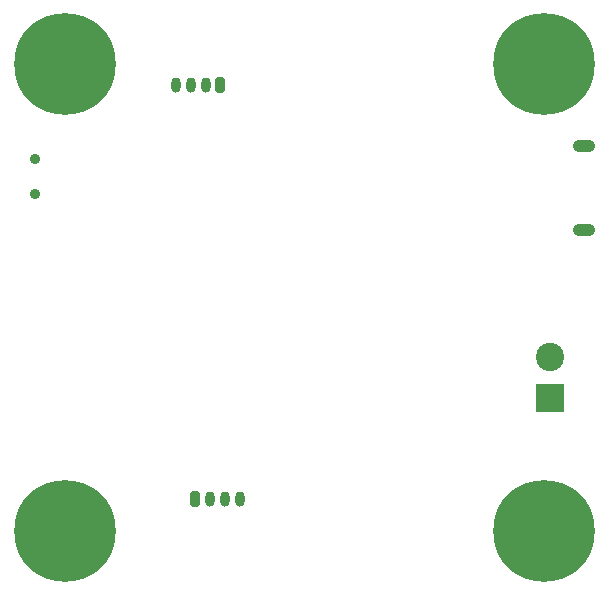
<source format=gbr>
%TF.GenerationSoftware,KiCad,Pcbnew,7.0.2*%
%TF.CreationDate,2023-05-29T20:24:48+05:30*%
%TF.ProjectId,STM_32_Board,53544d5f-3332-45f4-926f-6172642e6b69,rev?*%
%TF.SameCoordinates,Original*%
%TF.FileFunction,Soldermask,Bot*%
%TF.FilePolarity,Negative*%
%FSLAX46Y46*%
G04 Gerber Fmt 4.6, Leading zero omitted, Abs format (unit mm)*
G04 Created by KiCad (PCBNEW 7.0.2) date 2023-05-29 20:24:48*
%MOMM*%
%LPD*%
G01*
G04 APERTURE LIST*
G04 Aperture macros list*
%AMRoundRect*
0 Rectangle with rounded corners*
0 $1 Rounding radius*
0 $2 $3 $4 $5 $6 $7 $8 $9 X,Y pos of 4 corners*
0 Add a 4 corners polygon primitive as box body*
4,1,4,$2,$3,$4,$5,$6,$7,$8,$9,$2,$3,0*
0 Add four circle primitives for the rounded corners*
1,1,$1+$1,$2,$3*
1,1,$1+$1,$4,$5*
1,1,$1+$1,$6,$7*
1,1,$1+$1,$8,$9*
0 Add four rect primitives between the rounded corners*
20,1,$1+$1,$2,$3,$4,$5,0*
20,1,$1+$1,$4,$5,$6,$7,0*
20,1,$1+$1,$6,$7,$8,$9,0*
20,1,$1+$1,$8,$9,$2,$3,0*%
G04 Aperture macros list end*
%ADD10C,0.900000*%
%ADD11RoundRect,0.200000X0.200000X0.450000X-0.200000X0.450000X-0.200000X-0.450000X0.200000X-0.450000X0*%
%ADD12O,0.800000X1.300000*%
%ADD13C,8.600000*%
%ADD14RoundRect,0.200000X-0.200000X-0.450000X0.200000X-0.450000X0.200000X0.450000X-0.200000X0.450000X0*%
%ADD15R,2.400000X2.400000*%
%ADD16C,2.400000*%
%ADD17O,1.900000X1.050000*%
G04 APERTURE END LIST*
D10*
%TO.C,SW1*%
X186906800Y-68045000D03*
X186906800Y-71045000D03*
%TD*%
D11*
%TO.C,J3*%
X202611800Y-61745000D03*
D12*
X201361800Y-61745000D03*
X200111800Y-61745000D03*
X198861800Y-61745000D03*
%TD*%
D10*
%TO.C,H3*%
X226761800Y-99545000D03*
X227706381Y-97264581D03*
X227706381Y-101825419D03*
X229986800Y-96320000D03*
D13*
X229986800Y-99545000D03*
D10*
X229986800Y-102770000D03*
X232267219Y-97264581D03*
X232267219Y-101825419D03*
X233211800Y-99545000D03*
%TD*%
%TO.C,H4*%
X186261800Y-99545000D03*
X187206381Y-97264581D03*
X187206381Y-101825419D03*
X189486800Y-96320000D03*
D13*
X189486800Y-99545000D03*
D10*
X189486800Y-102770000D03*
X191767219Y-97264581D03*
X191767219Y-101825419D03*
X192711800Y-99545000D03*
%TD*%
%TO.C,H2*%
X226761800Y-60045000D03*
X227706381Y-57764581D03*
X227706381Y-62325419D03*
X229986800Y-56820000D03*
D13*
X229986800Y-60045000D03*
D10*
X229986800Y-63270000D03*
X232267219Y-57764581D03*
X232267219Y-62325419D03*
X233211800Y-60045000D03*
%TD*%
D14*
%TO.C,J4*%
X200486800Y-96795000D03*
D12*
X201736800Y-96795000D03*
X202986800Y-96795000D03*
X204236800Y-96795000D03*
%TD*%
D15*
%TO.C,J1*%
X230536800Y-88295000D03*
D16*
X230536800Y-84795000D03*
%TD*%
D10*
%TO.C,H1*%
X186261800Y-60045000D03*
X187206381Y-57764581D03*
X187206381Y-62325419D03*
X189486800Y-56820000D03*
D13*
X189486800Y-60045000D03*
D10*
X189486800Y-63270000D03*
X191767219Y-57764581D03*
X191767219Y-62325419D03*
X192711800Y-60045000D03*
%TD*%
D17*
%TO.C,J5*%
X233361800Y-74070000D03*
X233361800Y-66920000D03*
%TD*%
M02*

</source>
